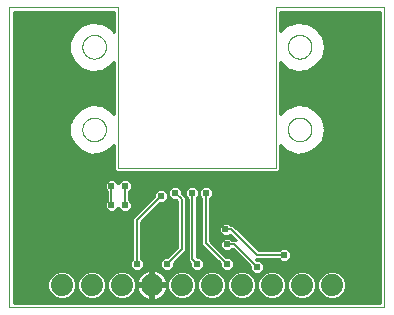
<source format=gbl>
G75*
%MOIN*%
%OFA0B0*%
%FSLAX25Y25*%
%IPPOS*%
%LPD*%
%AMOC8*
5,1,8,0,0,1.08239X$1,22.5*
%
%ADD10C,0.00000*%
%ADD11C,0.07400*%
%ADD12C,0.02381*%
%ADD13C,0.00800*%
%ADD14C,0.01000*%
D10*
X0009000Y0051500D02*
X0009000Y0151500D01*
X0045250Y0151500D01*
X0045250Y0098000D01*
X0097750Y0098000D01*
X0097750Y0151500D01*
X0134000Y0151500D01*
X0134000Y0051500D01*
X0009000Y0051500D01*
X0033313Y0110850D02*
X0033315Y0110975D01*
X0033321Y0111100D01*
X0033331Y0111224D01*
X0033345Y0111348D01*
X0033362Y0111472D01*
X0033384Y0111595D01*
X0033410Y0111717D01*
X0033439Y0111839D01*
X0033472Y0111959D01*
X0033510Y0112078D01*
X0033550Y0112197D01*
X0033595Y0112313D01*
X0033643Y0112428D01*
X0033695Y0112542D01*
X0033751Y0112654D01*
X0033810Y0112764D01*
X0033872Y0112872D01*
X0033938Y0112979D01*
X0034007Y0113083D01*
X0034080Y0113184D01*
X0034155Y0113284D01*
X0034234Y0113381D01*
X0034316Y0113475D01*
X0034401Y0113567D01*
X0034488Y0113656D01*
X0034579Y0113742D01*
X0034672Y0113825D01*
X0034768Y0113906D01*
X0034866Y0113983D01*
X0034966Y0114057D01*
X0035069Y0114128D01*
X0035174Y0114195D01*
X0035282Y0114260D01*
X0035391Y0114320D01*
X0035502Y0114378D01*
X0035615Y0114431D01*
X0035729Y0114481D01*
X0035845Y0114528D01*
X0035962Y0114570D01*
X0036081Y0114609D01*
X0036201Y0114645D01*
X0036322Y0114676D01*
X0036444Y0114704D01*
X0036566Y0114727D01*
X0036690Y0114747D01*
X0036814Y0114763D01*
X0036938Y0114775D01*
X0037063Y0114783D01*
X0037188Y0114787D01*
X0037312Y0114787D01*
X0037437Y0114783D01*
X0037562Y0114775D01*
X0037686Y0114763D01*
X0037810Y0114747D01*
X0037934Y0114727D01*
X0038056Y0114704D01*
X0038178Y0114676D01*
X0038299Y0114645D01*
X0038419Y0114609D01*
X0038538Y0114570D01*
X0038655Y0114528D01*
X0038771Y0114481D01*
X0038885Y0114431D01*
X0038998Y0114378D01*
X0039109Y0114320D01*
X0039219Y0114260D01*
X0039326Y0114195D01*
X0039431Y0114128D01*
X0039534Y0114057D01*
X0039634Y0113983D01*
X0039732Y0113906D01*
X0039828Y0113825D01*
X0039921Y0113742D01*
X0040012Y0113656D01*
X0040099Y0113567D01*
X0040184Y0113475D01*
X0040266Y0113381D01*
X0040345Y0113284D01*
X0040420Y0113184D01*
X0040493Y0113083D01*
X0040562Y0112979D01*
X0040628Y0112872D01*
X0040690Y0112764D01*
X0040749Y0112654D01*
X0040805Y0112542D01*
X0040857Y0112428D01*
X0040905Y0112313D01*
X0040950Y0112197D01*
X0040990Y0112078D01*
X0041028Y0111959D01*
X0041061Y0111839D01*
X0041090Y0111717D01*
X0041116Y0111595D01*
X0041138Y0111472D01*
X0041155Y0111348D01*
X0041169Y0111224D01*
X0041179Y0111100D01*
X0041185Y0110975D01*
X0041187Y0110850D01*
X0041185Y0110725D01*
X0041179Y0110600D01*
X0041169Y0110476D01*
X0041155Y0110352D01*
X0041138Y0110228D01*
X0041116Y0110105D01*
X0041090Y0109983D01*
X0041061Y0109861D01*
X0041028Y0109741D01*
X0040990Y0109622D01*
X0040950Y0109503D01*
X0040905Y0109387D01*
X0040857Y0109272D01*
X0040805Y0109158D01*
X0040749Y0109046D01*
X0040690Y0108936D01*
X0040628Y0108828D01*
X0040562Y0108721D01*
X0040493Y0108617D01*
X0040420Y0108516D01*
X0040345Y0108416D01*
X0040266Y0108319D01*
X0040184Y0108225D01*
X0040099Y0108133D01*
X0040012Y0108044D01*
X0039921Y0107958D01*
X0039828Y0107875D01*
X0039732Y0107794D01*
X0039634Y0107717D01*
X0039534Y0107643D01*
X0039431Y0107572D01*
X0039326Y0107505D01*
X0039218Y0107440D01*
X0039109Y0107380D01*
X0038998Y0107322D01*
X0038885Y0107269D01*
X0038771Y0107219D01*
X0038655Y0107172D01*
X0038538Y0107130D01*
X0038419Y0107091D01*
X0038299Y0107055D01*
X0038178Y0107024D01*
X0038056Y0106996D01*
X0037934Y0106973D01*
X0037810Y0106953D01*
X0037686Y0106937D01*
X0037562Y0106925D01*
X0037437Y0106917D01*
X0037312Y0106913D01*
X0037188Y0106913D01*
X0037063Y0106917D01*
X0036938Y0106925D01*
X0036814Y0106937D01*
X0036690Y0106953D01*
X0036566Y0106973D01*
X0036444Y0106996D01*
X0036322Y0107024D01*
X0036201Y0107055D01*
X0036081Y0107091D01*
X0035962Y0107130D01*
X0035845Y0107172D01*
X0035729Y0107219D01*
X0035615Y0107269D01*
X0035502Y0107322D01*
X0035391Y0107380D01*
X0035281Y0107440D01*
X0035174Y0107505D01*
X0035069Y0107572D01*
X0034966Y0107643D01*
X0034866Y0107717D01*
X0034768Y0107794D01*
X0034672Y0107875D01*
X0034579Y0107958D01*
X0034488Y0108044D01*
X0034401Y0108133D01*
X0034316Y0108225D01*
X0034234Y0108319D01*
X0034155Y0108416D01*
X0034080Y0108516D01*
X0034007Y0108617D01*
X0033938Y0108721D01*
X0033872Y0108828D01*
X0033810Y0108936D01*
X0033751Y0109046D01*
X0033695Y0109158D01*
X0033643Y0109272D01*
X0033595Y0109387D01*
X0033550Y0109503D01*
X0033510Y0109622D01*
X0033472Y0109741D01*
X0033439Y0109861D01*
X0033410Y0109983D01*
X0033384Y0110105D01*
X0033362Y0110228D01*
X0033345Y0110352D01*
X0033331Y0110476D01*
X0033321Y0110600D01*
X0033315Y0110725D01*
X0033313Y0110850D01*
X0033313Y0138410D02*
X0033315Y0138535D01*
X0033321Y0138660D01*
X0033331Y0138784D01*
X0033345Y0138908D01*
X0033362Y0139032D01*
X0033384Y0139155D01*
X0033410Y0139277D01*
X0033439Y0139399D01*
X0033472Y0139519D01*
X0033510Y0139638D01*
X0033550Y0139757D01*
X0033595Y0139873D01*
X0033643Y0139988D01*
X0033695Y0140102D01*
X0033751Y0140214D01*
X0033810Y0140324D01*
X0033872Y0140432D01*
X0033938Y0140539D01*
X0034007Y0140643D01*
X0034080Y0140744D01*
X0034155Y0140844D01*
X0034234Y0140941D01*
X0034316Y0141035D01*
X0034401Y0141127D01*
X0034488Y0141216D01*
X0034579Y0141302D01*
X0034672Y0141385D01*
X0034768Y0141466D01*
X0034866Y0141543D01*
X0034966Y0141617D01*
X0035069Y0141688D01*
X0035174Y0141755D01*
X0035282Y0141820D01*
X0035391Y0141880D01*
X0035502Y0141938D01*
X0035615Y0141991D01*
X0035729Y0142041D01*
X0035845Y0142088D01*
X0035962Y0142130D01*
X0036081Y0142169D01*
X0036201Y0142205D01*
X0036322Y0142236D01*
X0036444Y0142264D01*
X0036566Y0142287D01*
X0036690Y0142307D01*
X0036814Y0142323D01*
X0036938Y0142335D01*
X0037063Y0142343D01*
X0037188Y0142347D01*
X0037312Y0142347D01*
X0037437Y0142343D01*
X0037562Y0142335D01*
X0037686Y0142323D01*
X0037810Y0142307D01*
X0037934Y0142287D01*
X0038056Y0142264D01*
X0038178Y0142236D01*
X0038299Y0142205D01*
X0038419Y0142169D01*
X0038538Y0142130D01*
X0038655Y0142088D01*
X0038771Y0142041D01*
X0038885Y0141991D01*
X0038998Y0141938D01*
X0039109Y0141880D01*
X0039219Y0141820D01*
X0039326Y0141755D01*
X0039431Y0141688D01*
X0039534Y0141617D01*
X0039634Y0141543D01*
X0039732Y0141466D01*
X0039828Y0141385D01*
X0039921Y0141302D01*
X0040012Y0141216D01*
X0040099Y0141127D01*
X0040184Y0141035D01*
X0040266Y0140941D01*
X0040345Y0140844D01*
X0040420Y0140744D01*
X0040493Y0140643D01*
X0040562Y0140539D01*
X0040628Y0140432D01*
X0040690Y0140324D01*
X0040749Y0140214D01*
X0040805Y0140102D01*
X0040857Y0139988D01*
X0040905Y0139873D01*
X0040950Y0139757D01*
X0040990Y0139638D01*
X0041028Y0139519D01*
X0041061Y0139399D01*
X0041090Y0139277D01*
X0041116Y0139155D01*
X0041138Y0139032D01*
X0041155Y0138908D01*
X0041169Y0138784D01*
X0041179Y0138660D01*
X0041185Y0138535D01*
X0041187Y0138410D01*
X0041185Y0138285D01*
X0041179Y0138160D01*
X0041169Y0138036D01*
X0041155Y0137912D01*
X0041138Y0137788D01*
X0041116Y0137665D01*
X0041090Y0137543D01*
X0041061Y0137421D01*
X0041028Y0137301D01*
X0040990Y0137182D01*
X0040950Y0137063D01*
X0040905Y0136947D01*
X0040857Y0136832D01*
X0040805Y0136718D01*
X0040749Y0136606D01*
X0040690Y0136496D01*
X0040628Y0136388D01*
X0040562Y0136281D01*
X0040493Y0136177D01*
X0040420Y0136076D01*
X0040345Y0135976D01*
X0040266Y0135879D01*
X0040184Y0135785D01*
X0040099Y0135693D01*
X0040012Y0135604D01*
X0039921Y0135518D01*
X0039828Y0135435D01*
X0039732Y0135354D01*
X0039634Y0135277D01*
X0039534Y0135203D01*
X0039431Y0135132D01*
X0039326Y0135065D01*
X0039218Y0135000D01*
X0039109Y0134940D01*
X0038998Y0134882D01*
X0038885Y0134829D01*
X0038771Y0134779D01*
X0038655Y0134732D01*
X0038538Y0134690D01*
X0038419Y0134651D01*
X0038299Y0134615D01*
X0038178Y0134584D01*
X0038056Y0134556D01*
X0037934Y0134533D01*
X0037810Y0134513D01*
X0037686Y0134497D01*
X0037562Y0134485D01*
X0037437Y0134477D01*
X0037312Y0134473D01*
X0037188Y0134473D01*
X0037063Y0134477D01*
X0036938Y0134485D01*
X0036814Y0134497D01*
X0036690Y0134513D01*
X0036566Y0134533D01*
X0036444Y0134556D01*
X0036322Y0134584D01*
X0036201Y0134615D01*
X0036081Y0134651D01*
X0035962Y0134690D01*
X0035845Y0134732D01*
X0035729Y0134779D01*
X0035615Y0134829D01*
X0035502Y0134882D01*
X0035391Y0134940D01*
X0035281Y0135000D01*
X0035174Y0135065D01*
X0035069Y0135132D01*
X0034966Y0135203D01*
X0034866Y0135277D01*
X0034768Y0135354D01*
X0034672Y0135435D01*
X0034579Y0135518D01*
X0034488Y0135604D01*
X0034401Y0135693D01*
X0034316Y0135785D01*
X0034234Y0135879D01*
X0034155Y0135976D01*
X0034080Y0136076D01*
X0034007Y0136177D01*
X0033938Y0136281D01*
X0033872Y0136388D01*
X0033810Y0136496D01*
X0033751Y0136606D01*
X0033695Y0136718D01*
X0033643Y0136832D01*
X0033595Y0136947D01*
X0033550Y0137063D01*
X0033510Y0137182D01*
X0033472Y0137301D01*
X0033439Y0137421D01*
X0033410Y0137543D01*
X0033384Y0137665D01*
X0033362Y0137788D01*
X0033345Y0137912D01*
X0033331Y0138036D01*
X0033321Y0138160D01*
X0033315Y0138285D01*
X0033313Y0138410D01*
X0101813Y0138410D02*
X0101815Y0138535D01*
X0101821Y0138660D01*
X0101831Y0138784D01*
X0101845Y0138908D01*
X0101862Y0139032D01*
X0101884Y0139155D01*
X0101910Y0139277D01*
X0101939Y0139399D01*
X0101972Y0139519D01*
X0102010Y0139638D01*
X0102050Y0139757D01*
X0102095Y0139873D01*
X0102143Y0139988D01*
X0102195Y0140102D01*
X0102251Y0140214D01*
X0102310Y0140324D01*
X0102372Y0140432D01*
X0102438Y0140539D01*
X0102507Y0140643D01*
X0102580Y0140744D01*
X0102655Y0140844D01*
X0102734Y0140941D01*
X0102816Y0141035D01*
X0102901Y0141127D01*
X0102988Y0141216D01*
X0103079Y0141302D01*
X0103172Y0141385D01*
X0103268Y0141466D01*
X0103366Y0141543D01*
X0103466Y0141617D01*
X0103569Y0141688D01*
X0103674Y0141755D01*
X0103782Y0141820D01*
X0103891Y0141880D01*
X0104002Y0141938D01*
X0104115Y0141991D01*
X0104229Y0142041D01*
X0104345Y0142088D01*
X0104462Y0142130D01*
X0104581Y0142169D01*
X0104701Y0142205D01*
X0104822Y0142236D01*
X0104944Y0142264D01*
X0105066Y0142287D01*
X0105190Y0142307D01*
X0105314Y0142323D01*
X0105438Y0142335D01*
X0105563Y0142343D01*
X0105688Y0142347D01*
X0105812Y0142347D01*
X0105937Y0142343D01*
X0106062Y0142335D01*
X0106186Y0142323D01*
X0106310Y0142307D01*
X0106434Y0142287D01*
X0106556Y0142264D01*
X0106678Y0142236D01*
X0106799Y0142205D01*
X0106919Y0142169D01*
X0107038Y0142130D01*
X0107155Y0142088D01*
X0107271Y0142041D01*
X0107385Y0141991D01*
X0107498Y0141938D01*
X0107609Y0141880D01*
X0107719Y0141820D01*
X0107826Y0141755D01*
X0107931Y0141688D01*
X0108034Y0141617D01*
X0108134Y0141543D01*
X0108232Y0141466D01*
X0108328Y0141385D01*
X0108421Y0141302D01*
X0108512Y0141216D01*
X0108599Y0141127D01*
X0108684Y0141035D01*
X0108766Y0140941D01*
X0108845Y0140844D01*
X0108920Y0140744D01*
X0108993Y0140643D01*
X0109062Y0140539D01*
X0109128Y0140432D01*
X0109190Y0140324D01*
X0109249Y0140214D01*
X0109305Y0140102D01*
X0109357Y0139988D01*
X0109405Y0139873D01*
X0109450Y0139757D01*
X0109490Y0139638D01*
X0109528Y0139519D01*
X0109561Y0139399D01*
X0109590Y0139277D01*
X0109616Y0139155D01*
X0109638Y0139032D01*
X0109655Y0138908D01*
X0109669Y0138784D01*
X0109679Y0138660D01*
X0109685Y0138535D01*
X0109687Y0138410D01*
X0109685Y0138285D01*
X0109679Y0138160D01*
X0109669Y0138036D01*
X0109655Y0137912D01*
X0109638Y0137788D01*
X0109616Y0137665D01*
X0109590Y0137543D01*
X0109561Y0137421D01*
X0109528Y0137301D01*
X0109490Y0137182D01*
X0109450Y0137063D01*
X0109405Y0136947D01*
X0109357Y0136832D01*
X0109305Y0136718D01*
X0109249Y0136606D01*
X0109190Y0136496D01*
X0109128Y0136388D01*
X0109062Y0136281D01*
X0108993Y0136177D01*
X0108920Y0136076D01*
X0108845Y0135976D01*
X0108766Y0135879D01*
X0108684Y0135785D01*
X0108599Y0135693D01*
X0108512Y0135604D01*
X0108421Y0135518D01*
X0108328Y0135435D01*
X0108232Y0135354D01*
X0108134Y0135277D01*
X0108034Y0135203D01*
X0107931Y0135132D01*
X0107826Y0135065D01*
X0107718Y0135000D01*
X0107609Y0134940D01*
X0107498Y0134882D01*
X0107385Y0134829D01*
X0107271Y0134779D01*
X0107155Y0134732D01*
X0107038Y0134690D01*
X0106919Y0134651D01*
X0106799Y0134615D01*
X0106678Y0134584D01*
X0106556Y0134556D01*
X0106434Y0134533D01*
X0106310Y0134513D01*
X0106186Y0134497D01*
X0106062Y0134485D01*
X0105937Y0134477D01*
X0105812Y0134473D01*
X0105688Y0134473D01*
X0105563Y0134477D01*
X0105438Y0134485D01*
X0105314Y0134497D01*
X0105190Y0134513D01*
X0105066Y0134533D01*
X0104944Y0134556D01*
X0104822Y0134584D01*
X0104701Y0134615D01*
X0104581Y0134651D01*
X0104462Y0134690D01*
X0104345Y0134732D01*
X0104229Y0134779D01*
X0104115Y0134829D01*
X0104002Y0134882D01*
X0103891Y0134940D01*
X0103781Y0135000D01*
X0103674Y0135065D01*
X0103569Y0135132D01*
X0103466Y0135203D01*
X0103366Y0135277D01*
X0103268Y0135354D01*
X0103172Y0135435D01*
X0103079Y0135518D01*
X0102988Y0135604D01*
X0102901Y0135693D01*
X0102816Y0135785D01*
X0102734Y0135879D01*
X0102655Y0135976D01*
X0102580Y0136076D01*
X0102507Y0136177D01*
X0102438Y0136281D01*
X0102372Y0136388D01*
X0102310Y0136496D01*
X0102251Y0136606D01*
X0102195Y0136718D01*
X0102143Y0136832D01*
X0102095Y0136947D01*
X0102050Y0137063D01*
X0102010Y0137182D01*
X0101972Y0137301D01*
X0101939Y0137421D01*
X0101910Y0137543D01*
X0101884Y0137665D01*
X0101862Y0137788D01*
X0101845Y0137912D01*
X0101831Y0138036D01*
X0101821Y0138160D01*
X0101815Y0138285D01*
X0101813Y0138410D01*
X0101813Y0110850D02*
X0101815Y0110975D01*
X0101821Y0111100D01*
X0101831Y0111224D01*
X0101845Y0111348D01*
X0101862Y0111472D01*
X0101884Y0111595D01*
X0101910Y0111717D01*
X0101939Y0111839D01*
X0101972Y0111959D01*
X0102010Y0112078D01*
X0102050Y0112197D01*
X0102095Y0112313D01*
X0102143Y0112428D01*
X0102195Y0112542D01*
X0102251Y0112654D01*
X0102310Y0112764D01*
X0102372Y0112872D01*
X0102438Y0112979D01*
X0102507Y0113083D01*
X0102580Y0113184D01*
X0102655Y0113284D01*
X0102734Y0113381D01*
X0102816Y0113475D01*
X0102901Y0113567D01*
X0102988Y0113656D01*
X0103079Y0113742D01*
X0103172Y0113825D01*
X0103268Y0113906D01*
X0103366Y0113983D01*
X0103466Y0114057D01*
X0103569Y0114128D01*
X0103674Y0114195D01*
X0103782Y0114260D01*
X0103891Y0114320D01*
X0104002Y0114378D01*
X0104115Y0114431D01*
X0104229Y0114481D01*
X0104345Y0114528D01*
X0104462Y0114570D01*
X0104581Y0114609D01*
X0104701Y0114645D01*
X0104822Y0114676D01*
X0104944Y0114704D01*
X0105066Y0114727D01*
X0105190Y0114747D01*
X0105314Y0114763D01*
X0105438Y0114775D01*
X0105563Y0114783D01*
X0105688Y0114787D01*
X0105812Y0114787D01*
X0105937Y0114783D01*
X0106062Y0114775D01*
X0106186Y0114763D01*
X0106310Y0114747D01*
X0106434Y0114727D01*
X0106556Y0114704D01*
X0106678Y0114676D01*
X0106799Y0114645D01*
X0106919Y0114609D01*
X0107038Y0114570D01*
X0107155Y0114528D01*
X0107271Y0114481D01*
X0107385Y0114431D01*
X0107498Y0114378D01*
X0107609Y0114320D01*
X0107719Y0114260D01*
X0107826Y0114195D01*
X0107931Y0114128D01*
X0108034Y0114057D01*
X0108134Y0113983D01*
X0108232Y0113906D01*
X0108328Y0113825D01*
X0108421Y0113742D01*
X0108512Y0113656D01*
X0108599Y0113567D01*
X0108684Y0113475D01*
X0108766Y0113381D01*
X0108845Y0113284D01*
X0108920Y0113184D01*
X0108993Y0113083D01*
X0109062Y0112979D01*
X0109128Y0112872D01*
X0109190Y0112764D01*
X0109249Y0112654D01*
X0109305Y0112542D01*
X0109357Y0112428D01*
X0109405Y0112313D01*
X0109450Y0112197D01*
X0109490Y0112078D01*
X0109528Y0111959D01*
X0109561Y0111839D01*
X0109590Y0111717D01*
X0109616Y0111595D01*
X0109638Y0111472D01*
X0109655Y0111348D01*
X0109669Y0111224D01*
X0109679Y0111100D01*
X0109685Y0110975D01*
X0109687Y0110850D01*
X0109685Y0110725D01*
X0109679Y0110600D01*
X0109669Y0110476D01*
X0109655Y0110352D01*
X0109638Y0110228D01*
X0109616Y0110105D01*
X0109590Y0109983D01*
X0109561Y0109861D01*
X0109528Y0109741D01*
X0109490Y0109622D01*
X0109450Y0109503D01*
X0109405Y0109387D01*
X0109357Y0109272D01*
X0109305Y0109158D01*
X0109249Y0109046D01*
X0109190Y0108936D01*
X0109128Y0108828D01*
X0109062Y0108721D01*
X0108993Y0108617D01*
X0108920Y0108516D01*
X0108845Y0108416D01*
X0108766Y0108319D01*
X0108684Y0108225D01*
X0108599Y0108133D01*
X0108512Y0108044D01*
X0108421Y0107958D01*
X0108328Y0107875D01*
X0108232Y0107794D01*
X0108134Y0107717D01*
X0108034Y0107643D01*
X0107931Y0107572D01*
X0107826Y0107505D01*
X0107718Y0107440D01*
X0107609Y0107380D01*
X0107498Y0107322D01*
X0107385Y0107269D01*
X0107271Y0107219D01*
X0107155Y0107172D01*
X0107038Y0107130D01*
X0106919Y0107091D01*
X0106799Y0107055D01*
X0106678Y0107024D01*
X0106556Y0106996D01*
X0106434Y0106973D01*
X0106310Y0106953D01*
X0106186Y0106937D01*
X0106062Y0106925D01*
X0105937Y0106917D01*
X0105812Y0106913D01*
X0105688Y0106913D01*
X0105563Y0106917D01*
X0105438Y0106925D01*
X0105314Y0106937D01*
X0105190Y0106953D01*
X0105066Y0106973D01*
X0104944Y0106996D01*
X0104822Y0107024D01*
X0104701Y0107055D01*
X0104581Y0107091D01*
X0104462Y0107130D01*
X0104345Y0107172D01*
X0104229Y0107219D01*
X0104115Y0107269D01*
X0104002Y0107322D01*
X0103891Y0107380D01*
X0103781Y0107440D01*
X0103674Y0107505D01*
X0103569Y0107572D01*
X0103466Y0107643D01*
X0103366Y0107717D01*
X0103268Y0107794D01*
X0103172Y0107875D01*
X0103079Y0107958D01*
X0102988Y0108044D01*
X0102901Y0108133D01*
X0102816Y0108225D01*
X0102734Y0108319D01*
X0102655Y0108416D01*
X0102580Y0108516D01*
X0102507Y0108617D01*
X0102438Y0108721D01*
X0102372Y0108828D01*
X0102310Y0108936D01*
X0102251Y0109046D01*
X0102195Y0109158D01*
X0102143Y0109272D01*
X0102095Y0109387D01*
X0102050Y0109503D01*
X0102010Y0109622D01*
X0101972Y0109741D01*
X0101939Y0109861D01*
X0101910Y0109983D01*
X0101884Y0110105D01*
X0101862Y0110228D01*
X0101845Y0110352D01*
X0101831Y0110476D01*
X0101821Y0110600D01*
X0101815Y0110725D01*
X0101813Y0110850D01*
D11*
X0106500Y0059000D03*
X0116500Y0059000D03*
X0096500Y0059000D03*
X0086500Y0059000D03*
X0076500Y0059000D03*
X0066500Y0059000D03*
X0056500Y0059000D03*
X0046500Y0059000D03*
X0036500Y0059000D03*
X0026500Y0059000D03*
D12*
X0021500Y0076500D03*
X0029000Y0095000D03*
X0019000Y0104000D03*
X0029500Y0129000D03*
X0043000Y0092000D03*
X0047500Y0092000D03*
X0051500Y0092500D03*
X0051500Y0085500D03*
X0047500Y0085500D03*
X0043000Y0085500D03*
X0059500Y0088750D03*
X0064250Y0089750D03*
X0069750Y0089750D03*
X0074500Y0089750D03*
X0080000Y0089000D03*
X0081000Y0077500D03*
X0081500Y0072500D03*
X0081500Y0066000D03*
X0091500Y0065000D03*
X0092250Y0072750D03*
X0100500Y0069000D03*
X0106750Y0085250D03*
X0092000Y0085000D03*
X0092000Y0093000D03*
X0071500Y0066000D03*
X0061500Y0066000D03*
X0051500Y0066000D03*
X0060500Y0082000D03*
X0063500Y0082000D03*
D13*
X0066500Y0087500D02*
X0066500Y0071000D01*
X0061500Y0066000D01*
X0070000Y0067500D02*
X0071500Y0066000D01*
X0070000Y0067500D02*
X0070000Y0089500D01*
X0069750Y0089750D01*
X0066500Y0087500D02*
X0064250Y0089750D01*
X0059500Y0088750D02*
X0051500Y0080750D01*
X0051500Y0066000D01*
X0047500Y0085500D02*
X0047500Y0092000D01*
X0043000Y0092000D02*
X0043000Y0085500D01*
X0074500Y0089750D02*
X0074500Y0073000D01*
X0081500Y0066000D01*
X0081500Y0072500D02*
X0084000Y0072500D01*
X0091500Y0065000D01*
X0091500Y0069000D02*
X0100500Y0069000D01*
X0091500Y0069000D02*
X0083000Y0077500D01*
X0081000Y0077500D01*
D14*
X0078709Y0077461D02*
X0076000Y0077461D01*
X0076000Y0076463D02*
X0078798Y0076463D01*
X0078709Y0076551D02*
X0080051Y0075209D01*
X0081949Y0075209D01*
X0082559Y0075820D01*
X0084379Y0074000D01*
X0083239Y0074000D01*
X0082449Y0074791D01*
X0080551Y0074791D01*
X0079209Y0073449D01*
X0079209Y0071551D01*
X0080551Y0070209D01*
X0082449Y0070209D01*
X0083239Y0071000D01*
X0083379Y0071000D01*
X0089209Y0065169D01*
X0089209Y0064051D01*
X0090551Y0062709D01*
X0092449Y0062709D01*
X0093791Y0064051D01*
X0093791Y0065949D01*
X0092449Y0067291D01*
X0091331Y0067291D01*
X0091121Y0067500D01*
X0098761Y0067500D01*
X0099551Y0066709D01*
X0101449Y0066709D01*
X0102791Y0068051D01*
X0102791Y0069949D01*
X0101449Y0071291D01*
X0099551Y0071291D01*
X0098761Y0070500D01*
X0092121Y0070500D01*
X0083621Y0079000D01*
X0082739Y0079000D01*
X0081949Y0079791D01*
X0080051Y0079791D01*
X0078709Y0078449D01*
X0078709Y0076551D01*
X0079796Y0075464D02*
X0076000Y0075464D01*
X0076000Y0074466D02*
X0080226Y0074466D01*
X0079228Y0073467D02*
X0076154Y0073467D01*
X0076000Y0073621D02*
X0076000Y0088011D01*
X0076791Y0088801D01*
X0076791Y0090699D01*
X0075449Y0092041D01*
X0073551Y0092041D01*
X0072209Y0090699D01*
X0072209Y0088801D01*
X0073000Y0088011D01*
X0073000Y0072379D01*
X0079209Y0066169D01*
X0079209Y0065051D01*
X0080551Y0063709D01*
X0082449Y0063709D01*
X0083791Y0065051D01*
X0083791Y0066949D01*
X0082449Y0068291D01*
X0081331Y0068291D01*
X0076000Y0073621D01*
X0077153Y0072469D02*
X0079209Y0072469D01*
X0079290Y0071470D02*
X0078151Y0071470D01*
X0079150Y0070472D02*
X0080289Y0070472D01*
X0080148Y0069473D02*
X0084905Y0069473D01*
X0083907Y0070472D02*
X0082711Y0070472D01*
X0081147Y0068475D02*
X0085904Y0068475D01*
X0086902Y0067476D02*
X0083263Y0067476D01*
X0083791Y0066478D02*
X0087901Y0066478D01*
X0088900Y0065479D02*
X0083791Y0065479D01*
X0083220Y0064481D02*
X0089209Y0064481D01*
X0089779Y0063482D02*
X0088222Y0063482D01*
X0087455Y0063800D02*
X0085545Y0063800D01*
X0083781Y0063069D01*
X0082431Y0061719D01*
X0081700Y0059955D01*
X0081700Y0058045D01*
X0082431Y0056281D01*
X0083781Y0054931D01*
X0085545Y0054200D01*
X0087455Y0054200D01*
X0089219Y0054931D01*
X0090569Y0056281D01*
X0091300Y0058045D01*
X0091300Y0059955D01*
X0090569Y0061719D01*
X0089219Y0063069D01*
X0087455Y0063800D01*
X0089805Y0062484D02*
X0093195Y0062484D01*
X0093781Y0063069D02*
X0092431Y0061719D01*
X0091700Y0059955D01*
X0091700Y0058045D01*
X0092431Y0056281D01*
X0093781Y0054931D01*
X0095545Y0054200D01*
X0097455Y0054200D01*
X0099219Y0054931D01*
X0100569Y0056281D01*
X0101300Y0058045D01*
X0101300Y0059955D01*
X0100569Y0061719D01*
X0099219Y0063069D01*
X0097455Y0063800D01*
X0095545Y0063800D01*
X0093781Y0063069D01*
X0093221Y0063482D02*
X0094778Y0063482D01*
X0093791Y0064481D02*
X0132500Y0064481D01*
X0132500Y0065479D02*
X0093791Y0065479D01*
X0093262Y0066478D02*
X0132500Y0066478D01*
X0132500Y0067476D02*
X0102216Y0067476D01*
X0102791Y0068475D02*
X0132500Y0068475D01*
X0132500Y0069473D02*
X0102791Y0069473D01*
X0102268Y0070472D02*
X0132500Y0070472D01*
X0132500Y0071470D02*
X0091151Y0071470D01*
X0090153Y0072469D02*
X0132500Y0072469D01*
X0132500Y0073467D02*
X0089154Y0073467D01*
X0088156Y0074466D02*
X0132500Y0074466D01*
X0132500Y0075464D02*
X0087157Y0075464D01*
X0086159Y0076463D02*
X0132500Y0076463D01*
X0132500Y0077461D02*
X0085160Y0077461D01*
X0084162Y0078460D02*
X0132500Y0078460D01*
X0132500Y0079458D02*
X0082281Y0079458D01*
X0079719Y0079458D02*
X0076000Y0079458D01*
X0076000Y0078460D02*
X0078720Y0078460D01*
X0076000Y0080457D02*
X0132500Y0080457D01*
X0132500Y0081455D02*
X0076000Y0081455D01*
X0076000Y0082454D02*
X0132500Y0082454D01*
X0132500Y0083452D02*
X0076000Y0083452D01*
X0076000Y0084451D02*
X0132500Y0084451D01*
X0132500Y0085449D02*
X0076000Y0085449D01*
X0076000Y0086448D02*
X0132500Y0086448D01*
X0132500Y0087446D02*
X0076000Y0087446D01*
X0076434Y0088445D02*
X0132500Y0088445D01*
X0132500Y0089443D02*
X0076791Y0089443D01*
X0076791Y0090442D02*
X0132500Y0090442D01*
X0132500Y0091440D02*
X0076049Y0091440D01*
X0072951Y0091440D02*
X0071299Y0091440D01*
X0070699Y0092041D02*
X0068801Y0092041D01*
X0067459Y0090699D01*
X0067459Y0088801D01*
X0068500Y0087761D01*
X0068500Y0066879D01*
X0069209Y0066169D01*
X0069209Y0065051D01*
X0070551Y0063709D01*
X0072449Y0063709D01*
X0073791Y0065051D01*
X0073791Y0066949D01*
X0072449Y0068291D01*
X0071500Y0068291D01*
X0071500Y0088261D01*
X0072041Y0088801D01*
X0072041Y0090699D01*
X0070699Y0092041D01*
X0072041Y0090442D02*
X0072209Y0090442D01*
X0072209Y0089443D02*
X0072041Y0089443D01*
X0071684Y0088445D02*
X0072566Y0088445D01*
X0073000Y0087446D02*
X0071500Y0087446D01*
X0071500Y0086448D02*
X0073000Y0086448D01*
X0073000Y0085449D02*
X0071500Y0085449D01*
X0071500Y0084451D02*
X0073000Y0084451D01*
X0073000Y0083452D02*
X0071500Y0083452D01*
X0071500Y0082454D02*
X0073000Y0082454D01*
X0073000Y0081455D02*
X0071500Y0081455D01*
X0071500Y0080457D02*
X0073000Y0080457D01*
X0073000Y0079458D02*
X0071500Y0079458D01*
X0071500Y0078460D02*
X0073000Y0078460D01*
X0073000Y0077461D02*
X0071500Y0077461D01*
X0071500Y0076463D02*
X0073000Y0076463D01*
X0073000Y0075464D02*
X0071500Y0075464D01*
X0071500Y0074466D02*
X0073000Y0074466D01*
X0073000Y0073467D02*
X0071500Y0073467D01*
X0071500Y0072469D02*
X0073000Y0072469D01*
X0073908Y0071470D02*
X0071500Y0071470D01*
X0071500Y0070472D02*
X0074907Y0070472D01*
X0075905Y0069473D02*
X0071500Y0069473D01*
X0071500Y0068475D02*
X0076904Y0068475D01*
X0077902Y0067476D02*
X0073263Y0067476D01*
X0073791Y0066478D02*
X0078901Y0066478D01*
X0079209Y0065479D02*
X0073791Y0065479D01*
X0073220Y0064481D02*
X0079780Y0064481D01*
X0079219Y0063069D02*
X0077455Y0063800D01*
X0075545Y0063800D01*
X0073781Y0063069D01*
X0072431Y0061719D01*
X0071700Y0059955D01*
X0071700Y0058045D01*
X0072431Y0056281D01*
X0073781Y0054931D01*
X0075545Y0054200D01*
X0077455Y0054200D01*
X0079219Y0054931D01*
X0080569Y0056281D01*
X0081300Y0058045D01*
X0081300Y0059955D01*
X0080569Y0061719D01*
X0079219Y0063069D01*
X0079805Y0062484D02*
X0083195Y0062484D01*
X0082334Y0061485D02*
X0080666Y0061485D01*
X0081080Y0060487D02*
X0081920Y0060487D01*
X0081700Y0059488D02*
X0081300Y0059488D01*
X0081300Y0058490D02*
X0081700Y0058490D01*
X0081930Y0057491D02*
X0081070Y0057491D01*
X0080657Y0056493D02*
X0082343Y0056493D01*
X0083218Y0055494D02*
X0079782Y0055494D01*
X0078168Y0054496D02*
X0084832Y0054496D01*
X0088168Y0054496D02*
X0094832Y0054496D01*
X0093218Y0055494D02*
X0089782Y0055494D01*
X0090657Y0056493D02*
X0092343Y0056493D01*
X0091930Y0057491D02*
X0091070Y0057491D01*
X0091300Y0058490D02*
X0091700Y0058490D01*
X0091700Y0059488D02*
X0091300Y0059488D01*
X0091080Y0060487D02*
X0091920Y0060487D01*
X0092334Y0061485D02*
X0090666Y0061485D01*
X0091145Y0067476D02*
X0098784Y0067476D01*
X0098222Y0063482D02*
X0104778Y0063482D01*
X0105545Y0063800D02*
X0103781Y0063069D01*
X0102431Y0061719D01*
X0101700Y0059955D01*
X0101700Y0058045D01*
X0102431Y0056281D01*
X0103781Y0054931D01*
X0105545Y0054200D01*
X0107455Y0054200D01*
X0109219Y0054931D01*
X0110569Y0056281D01*
X0111300Y0058045D01*
X0111300Y0059955D01*
X0110569Y0061719D01*
X0109219Y0063069D01*
X0107455Y0063800D01*
X0105545Y0063800D01*
X0103195Y0062484D02*
X0099805Y0062484D01*
X0100666Y0061485D02*
X0102334Y0061485D01*
X0101920Y0060487D02*
X0101080Y0060487D01*
X0101300Y0059488D02*
X0101700Y0059488D01*
X0101700Y0058490D02*
X0101300Y0058490D01*
X0101070Y0057491D02*
X0101930Y0057491D01*
X0102343Y0056493D02*
X0100657Y0056493D01*
X0099782Y0055494D02*
X0103218Y0055494D01*
X0104832Y0054496D02*
X0098168Y0054496D01*
X0108168Y0054496D02*
X0114832Y0054496D01*
X0115545Y0054200D02*
X0117455Y0054200D01*
X0119219Y0054931D01*
X0120569Y0056281D01*
X0121300Y0058045D01*
X0121300Y0059955D01*
X0120569Y0061719D01*
X0119219Y0063069D01*
X0117455Y0063800D01*
X0115545Y0063800D01*
X0113781Y0063069D01*
X0112431Y0061719D01*
X0111700Y0059955D01*
X0111700Y0058045D01*
X0112431Y0056281D01*
X0113781Y0054931D01*
X0115545Y0054200D01*
X0113218Y0055494D02*
X0109782Y0055494D01*
X0110657Y0056493D02*
X0112343Y0056493D01*
X0111930Y0057491D02*
X0111070Y0057491D01*
X0111300Y0058490D02*
X0111700Y0058490D01*
X0111700Y0059488D02*
X0111300Y0059488D01*
X0111080Y0060487D02*
X0111920Y0060487D01*
X0112334Y0061485D02*
X0110666Y0061485D01*
X0109805Y0062484D02*
X0113195Y0062484D01*
X0114778Y0063482D02*
X0108222Y0063482D01*
X0118222Y0063482D02*
X0132500Y0063482D01*
X0132500Y0062484D02*
X0119805Y0062484D01*
X0120666Y0061485D02*
X0132500Y0061485D01*
X0132500Y0060487D02*
X0121080Y0060487D01*
X0121300Y0059488D02*
X0132500Y0059488D01*
X0132500Y0058490D02*
X0121300Y0058490D01*
X0121070Y0057491D02*
X0132500Y0057491D01*
X0132500Y0056493D02*
X0120657Y0056493D01*
X0119782Y0055494D02*
X0132500Y0055494D01*
X0132500Y0054496D02*
X0118168Y0054496D01*
X0132500Y0053497D02*
X0010500Y0053497D01*
X0010500Y0053000D02*
X0010500Y0150000D01*
X0043750Y0150000D01*
X0043750Y0143442D01*
X0042871Y0144652D01*
X0042871Y0144652D01*
X0039846Y0146399D01*
X0036372Y0146764D01*
X0033050Y0145685D01*
X0030454Y0143347D01*
X0029034Y0140156D01*
X0029034Y0136664D01*
X0030454Y0133473D01*
X0030454Y0133473D01*
X0033050Y0131135D01*
X0036372Y0130056D01*
X0039846Y0130421D01*
X0042871Y0132168D01*
X0043750Y0133378D01*
X0043750Y0115882D01*
X0042871Y0117092D01*
X0042871Y0117092D01*
X0042871Y0117092D01*
X0039846Y0118839D01*
X0039846Y0118839D01*
X0036372Y0119204D01*
X0036372Y0119204D01*
X0033050Y0118125D01*
X0030454Y0115787D01*
X0029034Y0112596D01*
X0029034Y0109104D01*
X0030454Y0105913D01*
X0030454Y0105913D01*
X0033050Y0103575D01*
X0036372Y0102496D01*
X0039846Y0102861D01*
X0042871Y0104608D01*
X0043750Y0105818D01*
X0043750Y0097379D01*
X0044629Y0096500D01*
X0098371Y0096500D01*
X0099250Y0097379D01*
X0099250Y0105646D01*
X0101550Y0103575D01*
X0104872Y0102496D01*
X0108346Y0102861D01*
X0111371Y0104608D01*
X0113424Y0107433D01*
X0114150Y0110850D01*
X0113424Y0114267D01*
X0111371Y0117092D01*
X0111371Y0117092D01*
X0111371Y0117092D01*
X0108346Y0118839D01*
X0108346Y0118839D01*
X0104872Y0119204D01*
X0104872Y0119204D01*
X0101550Y0118125D01*
X0099250Y0116054D01*
X0099250Y0133206D01*
X0101550Y0131135D01*
X0104872Y0130056D01*
X0108346Y0130421D01*
X0111371Y0132168D01*
X0113424Y0134993D01*
X0114150Y0138410D01*
X0113424Y0141827D01*
X0111371Y0144652D01*
X0111371Y0144652D01*
X0111371Y0144652D01*
X0108346Y0146399D01*
X0108346Y0146399D01*
X0104872Y0146764D01*
X0104872Y0146764D01*
X0101550Y0145685D01*
X0099250Y0143614D01*
X0099250Y0150000D01*
X0132500Y0150000D01*
X0132500Y0053000D01*
X0010500Y0053000D01*
X0010500Y0054496D02*
X0024832Y0054496D01*
X0025545Y0054200D02*
X0023781Y0054931D01*
X0022431Y0056281D01*
X0021700Y0058045D01*
X0021700Y0059955D01*
X0022431Y0061719D01*
X0023781Y0063069D01*
X0025545Y0063800D01*
X0027455Y0063800D01*
X0029219Y0063069D01*
X0030569Y0061719D01*
X0031300Y0059955D01*
X0031300Y0058045D01*
X0030569Y0056281D01*
X0029219Y0054931D01*
X0027455Y0054200D01*
X0025545Y0054200D01*
X0028168Y0054496D02*
X0034832Y0054496D01*
X0035545Y0054200D02*
X0037455Y0054200D01*
X0039219Y0054931D01*
X0040569Y0056281D01*
X0041300Y0058045D01*
X0041300Y0059955D01*
X0040569Y0061719D01*
X0039219Y0063069D01*
X0037455Y0063800D01*
X0035545Y0063800D01*
X0033781Y0063069D01*
X0032431Y0061719D01*
X0031700Y0059955D01*
X0031700Y0058045D01*
X0032431Y0056281D01*
X0033781Y0054931D01*
X0035545Y0054200D01*
X0033218Y0055494D02*
X0029782Y0055494D01*
X0030657Y0056493D02*
X0032343Y0056493D01*
X0031930Y0057491D02*
X0031070Y0057491D01*
X0031300Y0058490D02*
X0031700Y0058490D01*
X0031700Y0059488D02*
X0031300Y0059488D01*
X0031080Y0060487D02*
X0031920Y0060487D01*
X0032334Y0061485D02*
X0030666Y0061485D01*
X0029805Y0062484D02*
X0033195Y0062484D01*
X0034778Y0063482D02*
X0028222Y0063482D01*
X0024778Y0063482D02*
X0010500Y0063482D01*
X0010500Y0062484D02*
X0023195Y0062484D01*
X0022334Y0061485D02*
X0010500Y0061485D01*
X0010500Y0060487D02*
X0021920Y0060487D01*
X0021700Y0059488D02*
X0010500Y0059488D01*
X0010500Y0058490D02*
X0021700Y0058490D01*
X0021930Y0057491D02*
X0010500Y0057491D01*
X0010500Y0056493D02*
X0022343Y0056493D01*
X0023218Y0055494D02*
X0010500Y0055494D01*
X0010500Y0064481D02*
X0049780Y0064481D01*
X0049209Y0065051D02*
X0049209Y0066949D01*
X0050000Y0067739D01*
X0050000Y0081371D01*
X0057209Y0088581D01*
X0057209Y0089699D01*
X0058551Y0091041D01*
X0060449Y0091041D01*
X0061791Y0089699D01*
X0061791Y0087801D01*
X0060449Y0086459D01*
X0059331Y0086459D01*
X0053000Y0080129D01*
X0053000Y0067739D01*
X0053791Y0066949D01*
X0053791Y0065051D01*
X0052449Y0063709D01*
X0050551Y0063709D01*
X0049209Y0065051D01*
X0049209Y0065479D02*
X0010500Y0065479D01*
X0010500Y0066478D02*
X0049209Y0066478D01*
X0049737Y0067476D02*
X0010500Y0067476D01*
X0010500Y0068475D02*
X0050000Y0068475D01*
X0050000Y0069473D02*
X0010500Y0069473D01*
X0010500Y0070472D02*
X0050000Y0070472D01*
X0050000Y0071470D02*
X0010500Y0071470D01*
X0010500Y0072469D02*
X0050000Y0072469D01*
X0050000Y0073467D02*
X0010500Y0073467D01*
X0010500Y0074466D02*
X0050000Y0074466D01*
X0050000Y0075464D02*
X0010500Y0075464D01*
X0010500Y0076463D02*
X0050000Y0076463D01*
X0050000Y0077461D02*
X0010500Y0077461D01*
X0010500Y0078460D02*
X0050000Y0078460D01*
X0050000Y0079458D02*
X0010500Y0079458D01*
X0010500Y0080457D02*
X0050000Y0080457D01*
X0050084Y0081455D02*
X0010500Y0081455D01*
X0010500Y0082454D02*
X0051083Y0082454D01*
X0052081Y0083452D02*
X0048692Y0083452D01*
X0048449Y0083209D02*
X0049791Y0084551D01*
X0049791Y0086449D01*
X0049000Y0087239D01*
X0049000Y0090261D01*
X0049791Y0091051D01*
X0049791Y0092949D01*
X0048449Y0094291D01*
X0046551Y0094291D01*
X0045250Y0092989D01*
X0043949Y0094291D01*
X0042051Y0094291D01*
X0040709Y0092949D01*
X0040709Y0091051D01*
X0041500Y0090261D01*
X0041500Y0087239D01*
X0040709Y0086449D01*
X0040709Y0084551D01*
X0042051Y0083209D01*
X0043949Y0083209D01*
X0045250Y0084511D01*
X0046551Y0083209D01*
X0048449Y0083209D01*
X0049690Y0084451D02*
X0053080Y0084451D01*
X0054078Y0085449D02*
X0049791Y0085449D01*
X0049791Y0086448D02*
X0055077Y0086448D01*
X0056075Y0087446D02*
X0049000Y0087446D01*
X0049000Y0088445D02*
X0057074Y0088445D01*
X0057209Y0089443D02*
X0049000Y0089443D01*
X0049181Y0090442D02*
X0057953Y0090442D01*
X0061047Y0090442D02*
X0061959Y0090442D01*
X0061959Y0090699D02*
X0061959Y0088801D01*
X0063301Y0087459D01*
X0064419Y0087459D01*
X0065000Y0086879D01*
X0065000Y0071621D01*
X0061669Y0068291D01*
X0060551Y0068291D01*
X0059209Y0066949D01*
X0059209Y0065051D01*
X0060551Y0063709D01*
X0062449Y0063709D01*
X0063791Y0065051D01*
X0063791Y0066169D01*
X0068000Y0070379D01*
X0068000Y0088121D01*
X0067121Y0089000D01*
X0066541Y0089581D01*
X0066541Y0090699D01*
X0065199Y0092041D01*
X0063301Y0092041D01*
X0061959Y0090699D01*
X0062701Y0091440D02*
X0049791Y0091440D01*
X0049791Y0092439D02*
X0132500Y0092439D01*
X0132500Y0093437D02*
X0049302Y0093437D01*
X0045698Y0093437D02*
X0044802Y0093437D01*
X0043750Y0097432D02*
X0010500Y0097432D01*
X0010500Y0098430D02*
X0043750Y0098430D01*
X0043750Y0099429D02*
X0010500Y0099429D01*
X0010500Y0100427D02*
X0043750Y0100427D01*
X0043750Y0101426D02*
X0010500Y0101426D01*
X0010500Y0102424D02*
X0043750Y0102424D01*
X0043750Y0103423D02*
X0040818Y0103423D01*
X0039846Y0102861D02*
X0039846Y0102861D01*
X0042548Y0104421D02*
X0043750Y0104421D01*
X0042871Y0104608D02*
X0042871Y0104608D01*
X0042871Y0104608D01*
X0043461Y0105420D02*
X0043750Y0105420D01*
X0036372Y0102496D02*
X0036372Y0102496D01*
X0033520Y0103423D02*
X0010500Y0103423D01*
X0010500Y0104421D02*
X0032111Y0104421D01*
X0033050Y0103575D02*
X0033050Y0103575D01*
X0031002Y0105420D02*
X0010500Y0105420D01*
X0010500Y0106418D02*
X0030229Y0106418D01*
X0029785Y0107417D02*
X0010500Y0107417D01*
X0010500Y0108415D02*
X0029340Y0108415D01*
X0029034Y0109414D02*
X0010500Y0109414D01*
X0010500Y0110412D02*
X0029034Y0110412D01*
X0029034Y0111411D02*
X0010500Y0111411D01*
X0010500Y0112409D02*
X0029034Y0112409D01*
X0029395Y0113408D02*
X0010500Y0113408D01*
X0010500Y0114406D02*
X0029839Y0114406D01*
X0030284Y0115405D02*
X0010500Y0115405D01*
X0010500Y0116403D02*
X0031138Y0116403D01*
X0030454Y0115787D02*
X0030454Y0115787D01*
X0032247Y0117402D02*
X0010500Y0117402D01*
X0010500Y0118400D02*
X0033898Y0118400D01*
X0033050Y0118125D02*
X0033050Y0118125D01*
X0040605Y0118400D02*
X0043750Y0118400D01*
X0043750Y0117402D02*
X0042335Y0117402D01*
X0043371Y0116403D02*
X0043750Y0116403D01*
X0043750Y0119399D02*
X0010500Y0119399D01*
X0010500Y0120397D02*
X0043750Y0120397D01*
X0043750Y0121396D02*
X0010500Y0121396D01*
X0010500Y0122394D02*
X0043750Y0122394D01*
X0043750Y0123393D02*
X0010500Y0123393D01*
X0010500Y0124391D02*
X0043750Y0124391D01*
X0043750Y0125390D02*
X0010500Y0125390D01*
X0010500Y0126388D02*
X0043750Y0126388D01*
X0043750Y0127387D02*
X0010500Y0127387D01*
X0010500Y0128385D02*
X0043750Y0128385D01*
X0043750Y0129384D02*
X0010500Y0129384D01*
X0010500Y0130382D02*
X0035367Y0130382D01*
X0036372Y0130056D02*
X0036372Y0130056D01*
X0039477Y0130382D02*
X0043750Y0130382D01*
X0043750Y0131381D02*
X0041508Y0131381D01*
X0042871Y0132168D02*
X0042871Y0132168D01*
X0042871Y0132168D01*
X0043025Y0132379D02*
X0043750Y0132379D01*
X0039846Y0130421D02*
X0039846Y0130421D01*
X0033050Y0131135D02*
X0033050Y0131135D01*
X0032777Y0131381D02*
X0010500Y0131381D01*
X0010500Y0132379D02*
X0031668Y0132379D01*
X0030559Y0133378D02*
X0010500Y0133378D01*
X0010500Y0134376D02*
X0030052Y0134376D01*
X0029607Y0135375D02*
X0010500Y0135375D01*
X0010500Y0136373D02*
X0029163Y0136373D01*
X0029034Y0137372D02*
X0010500Y0137372D01*
X0010500Y0138370D02*
X0029034Y0138370D01*
X0029034Y0139369D02*
X0010500Y0139369D01*
X0010500Y0140368D02*
X0029128Y0140368D01*
X0029572Y0141366D02*
X0010500Y0141366D01*
X0010500Y0142365D02*
X0030017Y0142365D01*
X0030454Y0143347D02*
X0030454Y0143347D01*
X0030472Y0143363D02*
X0010500Y0143363D01*
X0010500Y0144362D02*
X0031581Y0144362D01*
X0032690Y0145360D02*
X0010500Y0145360D01*
X0010500Y0146359D02*
X0035124Y0146359D01*
X0039916Y0146359D02*
X0043750Y0146359D01*
X0043750Y0147357D02*
X0010500Y0147357D01*
X0010500Y0148356D02*
X0043750Y0148356D01*
X0043750Y0149354D02*
X0010500Y0149354D01*
X0041645Y0145360D02*
X0043750Y0145360D01*
X0043750Y0144362D02*
X0043082Y0144362D01*
X0010500Y0096433D02*
X0132500Y0096433D01*
X0132500Y0095434D02*
X0010500Y0095434D01*
X0010500Y0094436D02*
X0132500Y0094436D01*
X0132500Y0097432D02*
X0099250Y0097432D01*
X0099250Y0098430D02*
X0132500Y0098430D01*
X0132500Y0099429D02*
X0099250Y0099429D01*
X0099250Y0100427D02*
X0132500Y0100427D01*
X0132500Y0101426D02*
X0099250Y0101426D01*
X0099250Y0102424D02*
X0132500Y0102424D01*
X0132500Y0103423D02*
X0109318Y0103423D01*
X0108346Y0102861D02*
X0108346Y0102861D01*
X0111048Y0104421D02*
X0132500Y0104421D01*
X0132500Y0105420D02*
X0111961Y0105420D01*
X0111371Y0104608D02*
X0111371Y0104608D01*
X0111371Y0104608D01*
X0112686Y0106418D02*
X0132500Y0106418D01*
X0132500Y0107417D02*
X0113412Y0107417D01*
X0113424Y0107433D02*
X0113424Y0107433D01*
X0113632Y0108415D02*
X0132500Y0108415D01*
X0132500Y0109414D02*
X0113845Y0109414D01*
X0114057Y0110412D02*
X0132500Y0110412D01*
X0132500Y0111411D02*
X0114031Y0111411D01*
X0113819Y0112409D02*
X0132500Y0112409D01*
X0132500Y0113408D02*
X0113606Y0113408D01*
X0113424Y0114267D02*
X0113424Y0114267D01*
X0113322Y0114406D02*
X0132500Y0114406D01*
X0132500Y0115405D02*
X0112597Y0115405D01*
X0111871Y0116403D02*
X0132500Y0116403D01*
X0132500Y0117402D02*
X0110835Y0117402D01*
X0109105Y0118400D02*
X0132500Y0118400D01*
X0132500Y0119399D02*
X0099250Y0119399D01*
X0099250Y0120397D02*
X0132500Y0120397D01*
X0132500Y0121396D02*
X0099250Y0121396D01*
X0099250Y0122394D02*
X0132500Y0122394D01*
X0132500Y0123393D02*
X0099250Y0123393D01*
X0099250Y0124391D02*
X0132500Y0124391D01*
X0132500Y0125390D02*
X0099250Y0125390D01*
X0099250Y0126388D02*
X0132500Y0126388D01*
X0132500Y0127387D02*
X0099250Y0127387D01*
X0099250Y0128385D02*
X0132500Y0128385D01*
X0132500Y0129384D02*
X0099250Y0129384D01*
X0099250Y0130382D02*
X0103867Y0130382D01*
X0104872Y0130056D02*
X0104872Y0130056D01*
X0101550Y0131135D02*
X0101550Y0131135D01*
X0101277Y0131381D02*
X0099250Y0131381D01*
X0099250Y0132379D02*
X0100168Y0132379D01*
X0107977Y0130382D02*
X0132500Y0130382D01*
X0132500Y0131381D02*
X0110008Y0131381D01*
X0111371Y0132168D02*
X0111371Y0132168D01*
X0111371Y0132168D01*
X0111525Y0132379D02*
X0132500Y0132379D01*
X0132500Y0133378D02*
X0112250Y0133378D01*
X0112976Y0134376D02*
X0132500Y0134376D01*
X0132500Y0135375D02*
X0113505Y0135375D01*
X0113424Y0134993D02*
X0113424Y0134993D01*
X0113717Y0136373D02*
X0132500Y0136373D01*
X0132500Y0137372D02*
X0113929Y0137372D01*
X0114142Y0138370D02*
X0132500Y0138370D01*
X0132500Y0139369D02*
X0113946Y0139369D01*
X0113734Y0140368D02*
X0132500Y0140368D01*
X0132500Y0141366D02*
X0113522Y0141366D01*
X0113424Y0141827D02*
X0113424Y0141827D01*
X0113033Y0142365D02*
X0132500Y0142365D01*
X0132500Y0143363D02*
X0112307Y0143363D01*
X0111582Y0144362D02*
X0132500Y0144362D01*
X0132500Y0145360D02*
X0110145Y0145360D01*
X0108416Y0146359D02*
X0132500Y0146359D01*
X0132500Y0147357D02*
X0099250Y0147357D01*
X0099250Y0146359D02*
X0103624Y0146359D01*
X0101550Y0145685D02*
X0101550Y0145685D01*
X0101190Y0145360D02*
X0099250Y0145360D01*
X0099250Y0144362D02*
X0100081Y0144362D01*
X0099250Y0148356D02*
X0132500Y0148356D01*
X0132500Y0149354D02*
X0099250Y0149354D01*
X0108346Y0130421D02*
X0108346Y0130421D01*
X0102398Y0118400D02*
X0099250Y0118400D01*
X0099250Y0117402D02*
X0100747Y0117402D01*
X0101550Y0118125D02*
X0101550Y0118125D01*
X0099638Y0116403D02*
X0099250Y0116403D01*
X0099250Y0105420D02*
X0099502Y0105420D01*
X0099250Y0104421D02*
X0100611Y0104421D01*
X0101550Y0103575D02*
X0101550Y0103575D01*
X0102020Y0103423D02*
X0099250Y0103423D01*
X0104872Y0102496D02*
X0104872Y0102496D01*
X0082914Y0075464D02*
X0082204Y0075464D01*
X0082774Y0074466D02*
X0083913Y0074466D01*
X0084778Y0063482D02*
X0078222Y0063482D01*
X0074778Y0063482D02*
X0068222Y0063482D01*
X0067455Y0063800D02*
X0065545Y0063800D01*
X0063781Y0063069D01*
X0062431Y0061719D01*
X0061700Y0059955D01*
X0061700Y0058045D01*
X0062431Y0056281D01*
X0063781Y0054931D01*
X0065545Y0054200D01*
X0067455Y0054200D01*
X0069219Y0054931D01*
X0070569Y0056281D01*
X0071300Y0058045D01*
X0071300Y0059955D01*
X0070569Y0061719D01*
X0069219Y0063069D01*
X0067455Y0063800D01*
X0069780Y0064481D02*
X0063220Y0064481D01*
X0063791Y0065479D02*
X0069209Y0065479D01*
X0068901Y0066478D02*
X0064099Y0066478D01*
X0065098Y0067476D02*
X0068500Y0067476D01*
X0068500Y0068475D02*
X0066096Y0068475D01*
X0067095Y0069473D02*
X0068500Y0069473D01*
X0068500Y0070472D02*
X0068000Y0070472D01*
X0068000Y0071470D02*
X0068500Y0071470D01*
X0068500Y0072469D02*
X0068000Y0072469D01*
X0068000Y0073467D02*
X0068500Y0073467D01*
X0068500Y0074466D02*
X0068000Y0074466D01*
X0068000Y0075464D02*
X0068500Y0075464D01*
X0068500Y0076463D02*
X0068000Y0076463D01*
X0068000Y0077461D02*
X0068500Y0077461D01*
X0068500Y0078460D02*
X0068000Y0078460D01*
X0068000Y0079458D02*
X0068500Y0079458D01*
X0068500Y0080457D02*
X0068000Y0080457D01*
X0068000Y0081455D02*
X0068500Y0081455D01*
X0068500Y0082454D02*
X0068000Y0082454D01*
X0068000Y0083452D02*
X0068500Y0083452D01*
X0068500Y0084451D02*
X0068000Y0084451D01*
X0068000Y0085449D02*
X0068500Y0085449D01*
X0068500Y0086448D02*
X0068000Y0086448D01*
X0068000Y0087446D02*
X0068500Y0087446D01*
X0067816Y0088445D02*
X0067676Y0088445D01*
X0067459Y0089443D02*
X0066678Y0089443D01*
X0066541Y0090442D02*
X0067459Y0090442D01*
X0068201Y0091440D02*
X0065799Y0091440D01*
X0064432Y0087446D02*
X0061436Y0087446D01*
X0061791Y0088445D02*
X0062316Y0088445D01*
X0061959Y0089443D02*
X0061791Y0089443D01*
X0059319Y0086448D02*
X0065000Y0086448D01*
X0065000Y0085449D02*
X0058321Y0085449D01*
X0057322Y0084451D02*
X0065000Y0084451D01*
X0065000Y0083452D02*
X0056324Y0083452D01*
X0055325Y0082454D02*
X0065000Y0082454D01*
X0065000Y0081455D02*
X0054327Y0081455D01*
X0053328Y0080457D02*
X0065000Y0080457D01*
X0065000Y0079458D02*
X0053000Y0079458D01*
X0053000Y0078460D02*
X0065000Y0078460D01*
X0065000Y0077461D02*
X0053000Y0077461D01*
X0053000Y0076463D02*
X0065000Y0076463D01*
X0065000Y0075464D02*
X0053000Y0075464D01*
X0053000Y0074466D02*
X0065000Y0074466D01*
X0065000Y0073467D02*
X0053000Y0073467D01*
X0053000Y0072469D02*
X0065000Y0072469D01*
X0064849Y0071470D02*
X0053000Y0071470D01*
X0053000Y0070472D02*
X0063850Y0070472D01*
X0062852Y0069473D02*
X0053000Y0069473D01*
X0053000Y0068475D02*
X0061853Y0068475D01*
X0059737Y0067476D02*
X0053263Y0067476D01*
X0053791Y0066478D02*
X0059209Y0066478D01*
X0059209Y0065479D02*
X0053791Y0065479D01*
X0053220Y0064481D02*
X0059780Y0064481D01*
X0059225Y0063447D02*
X0058496Y0063819D01*
X0057718Y0064072D01*
X0057000Y0064186D01*
X0057000Y0059500D01*
X0056000Y0059500D01*
X0056000Y0064186D01*
X0055282Y0064072D01*
X0054504Y0063819D01*
X0053775Y0063447D01*
X0053112Y0062966D01*
X0052534Y0062388D01*
X0052053Y0061725D01*
X0051681Y0060996D01*
X0051428Y0060218D01*
X0051314Y0059500D01*
X0056000Y0059500D01*
X0056000Y0058500D01*
X0051314Y0058500D01*
X0051428Y0057782D01*
X0051681Y0057004D01*
X0052053Y0056275D01*
X0052534Y0055612D01*
X0053112Y0055034D01*
X0053775Y0054553D01*
X0054504Y0054181D01*
X0055282Y0053928D01*
X0056000Y0053814D01*
X0056000Y0058500D01*
X0057000Y0058500D01*
X0057000Y0059500D01*
X0061686Y0059500D01*
X0061572Y0060218D01*
X0061319Y0060996D01*
X0060947Y0061725D01*
X0060466Y0062388D01*
X0059888Y0062966D01*
X0059225Y0063447D01*
X0059157Y0063482D02*
X0064778Y0063482D01*
X0063195Y0062484D02*
X0060370Y0062484D01*
X0061070Y0061485D02*
X0062334Y0061485D01*
X0061920Y0060487D02*
X0061485Y0060487D01*
X0061700Y0059488D02*
X0057000Y0059488D01*
X0057000Y0058500D02*
X0061686Y0058500D01*
X0061572Y0057782D01*
X0061319Y0057004D01*
X0060947Y0056275D01*
X0060466Y0055612D01*
X0059888Y0055034D01*
X0059225Y0054553D01*
X0058496Y0054181D01*
X0057718Y0053928D01*
X0057000Y0053814D01*
X0057000Y0058500D01*
X0057000Y0058490D02*
X0056000Y0058490D01*
X0056000Y0059488D02*
X0051300Y0059488D01*
X0051300Y0059955D02*
X0050569Y0061719D01*
X0049219Y0063069D01*
X0047455Y0063800D01*
X0045545Y0063800D01*
X0043781Y0063069D01*
X0042431Y0061719D01*
X0041700Y0059955D01*
X0041700Y0058045D01*
X0042431Y0056281D01*
X0043781Y0054931D01*
X0045545Y0054200D01*
X0047455Y0054200D01*
X0049219Y0054931D01*
X0050569Y0056281D01*
X0051300Y0058045D01*
X0051300Y0059955D01*
X0051515Y0060487D02*
X0051080Y0060487D01*
X0050666Y0061485D02*
X0051930Y0061485D01*
X0052630Y0062484D02*
X0049805Y0062484D01*
X0048222Y0063482D02*
X0053843Y0063482D01*
X0056000Y0063482D02*
X0057000Y0063482D01*
X0057000Y0062484D02*
X0056000Y0062484D01*
X0056000Y0061485D02*
X0057000Y0061485D01*
X0057000Y0060487D02*
X0056000Y0060487D01*
X0056000Y0057491D02*
X0057000Y0057491D01*
X0057000Y0056493D02*
X0056000Y0056493D01*
X0056000Y0055494D02*
X0057000Y0055494D01*
X0057000Y0054496D02*
X0056000Y0054496D01*
X0053887Y0054496D02*
X0048168Y0054496D01*
X0049782Y0055494D02*
X0052652Y0055494D01*
X0051941Y0056493D02*
X0050657Y0056493D01*
X0051070Y0057491D02*
X0051523Y0057491D01*
X0051316Y0058490D02*
X0051300Y0058490D01*
X0044832Y0054496D02*
X0038168Y0054496D01*
X0039782Y0055494D02*
X0043218Y0055494D01*
X0042343Y0056493D02*
X0040657Y0056493D01*
X0041070Y0057491D02*
X0041930Y0057491D01*
X0041700Y0058490D02*
X0041300Y0058490D01*
X0041300Y0059488D02*
X0041700Y0059488D01*
X0041920Y0060487D02*
X0041080Y0060487D01*
X0040666Y0061485D02*
X0042334Y0061485D01*
X0043195Y0062484D02*
X0039805Y0062484D01*
X0038222Y0063482D02*
X0044778Y0063482D01*
X0059113Y0054496D02*
X0064832Y0054496D01*
X0063218Y0055494D02*
X0060348Y0055494D01*
X0061058Y0056493D02*
X0062343Y0056493D01*
X0061930Y0057491D02*
X0061477Y0057491D01*
X0061684Y0058490D02*
X0061700Y0058490D01*
X0068168Y0054496D02*
X0074832Y0054496D01*
X0073218Y0055494D02*
X0069782Y0055494D01*
X0070657Y0056493D02*
X0072343Y0056493D01*
X0071930Y0057491D02*
X0071070Y0057491D01*
X0071300Y0058490D02*
X0071700Y0058490D01*
X0071700Y0059488D02*
X0071300Y0059488D01*
X0071080Y0060487D02*
X0071920Y0060487D01*
X0072334Y0061485D02*
X0070666Y0061485D01*
X0069805Y0062484D02*
X0073195Y0062484D01*
X0046308Y0083452D02*
X0044192Y0083452D01*
X0045190Y0084451D02*
X0045310Y0084451D01*
X0041808Y0083452D02*
X0010500Y0083452D01*
X0010500Y0084451D02*
X0040810Y0084451D01*
X0040709Y0085449D02*
X0010500Y0085449D01*
X0010500Y0086448D02*
X0040709Y0086448D01*
X0041500Y0087446D02*
X0010500Y0087446D01*
X0010500Y0088445D02*
X0041500Y0088445D01*
X0041500Y0089443D02*
X0010500Y0089443D01*
X0010500Y0090442D02*
X0041319Y0090442D01*
X0040709Y0091440D02*
X0010500Y0091440D01*
X0010500Y0092439D02*
X0040709Y0092439D01*
X0041198Y0093437D02*
X0010500Y0093437D01*
M02*

</source>
